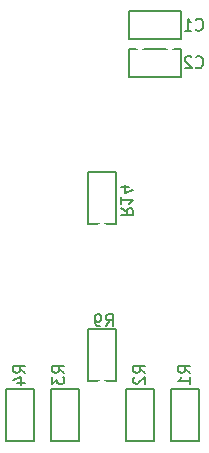
<source format=gbo>
G04 #@! TF.GenerationSoftware,KiCad,Pcbnew,(5.1.6)-1*
G04 #@! TF.CreationDate,2023-01-22T16:57:25+01:00*
G04 #@! TF.ProjectId,testing-board,74657374-696e-4672-9d62-6f6172642e6b,rev?*
G04 #@! TF.SameCoordinates,Original*
G04 #@! TF.FileFunction,Legend,Bot*
G04 #@! TF.FilePolarity,Positive*
%FSLAX46Y46*%
G04 Gerber Fmt 4.6, Leading zero omitted, Abs format (unit mm)*
G04 Created by KiCad (PCBNEW (5.1.6)-1) date 2023-01-22 16:57:25*
%MOMM*%
%LPD*%
G01*
G04 APERTURE LIST*
%ADD10C,0.160000*%
%ADD11C,5.100000*%
%ADD12C,0.900000*%
%ADD13C,0.100000*%
%ADD14O,2.200000X2.200000*%
%ADD15R,2.200000X2.200000*%
%ADD16R,3.600000X3.600000*%
%ADD17C,3.600000*%
%ADD18C,1.600000*%
%ADD19C,3.400000*%
G04 APERTURE END LIST*
D10*
X134075000Y-93050000D02*
X134075000Y-97450000D01*
X134075000Y-97450000D02*
X136435000Y-97450000D01*
X136435000Y-97450000D02*
X136435000Y-93050000D01*
X136435000Y-93050000D02*
X134075000Y-93050000D01*
X134075000Y-106385000D02*
X134075000Y-110785000D01*
X134075000Y-110785000D02*
X136435000Y-110785000D01*
X136435000Y-110785000D02*
X136435000Y-106385000D01*
X136435000Y-106385000D02*
X134075000Y-106385000D01*
X127090000Y-111465000D02*
X127090000Y-115865000D01*
X127090000Y-115865000D02*
X129450000Y-115865000D01*
X129450000Y-115865000D02*
X129450000Y-111465000D01*
X129450000Y-111465000D02*
X127090000Y-111465000D01*
X130900000Y-111465000D02*
X130900000Y-115865000D01*
X130900000Y-115865000D02*
X133260000Y-115865000D01*
X133260000Y-115865000D02*
X133260000Y-111465000D01*
X133260000Y-111465000D02*
X130900000Y-111465000D01*
X137250000Y-111465000D02*
X137250000Y-115865000D01*
X137250000Y-115865000D02*
X139610000Y-115865000D01*
X139610000Y-115865000D02*
X139610000Y-111465000D01*
X139610000Y-111465000D02*
X137250000Y-111465000D01*
X141060000Y-111465000D02*
X141060000Y-115865000D01*
X141060000Y-115865000D02*
X143420000Y-115865000D01*
X143420000Y-115865000D02*
X143420000Y-111465000D01*
X143420000Y-111465000D02*
X141060000Y-111465000D01*
X137500000Y-85000000D02*
X141900000Y-85000000D01*
X141900000Y-82640000D02*
X137500000Y-82640000D01*
X137500000Y-82640000D02*
X137500000Y-85000000D01*
X141900000Y-85000000D02*
X141900000Y-82640000D01*
X137500000Y-81825000D02*
X141900000Y-81825000D01*
X141900000Y-79465000D02*
X137500000Y-79465000D01*
X137500000Y-79465000D02*
X137500000Y-81825000D01*
X141900000Y-81825000D02*
X141900000Y-79465000D01*
X136834619Y-96146857D02*
X137310809Y-96480190D01*
X136834619Y-96718285D02*
X137834619Y-96718285D01*
X137834619Y-96337333D01*
X137787000Y-96242095D01*
X137739380Y-96194476D01*
X137644142Y-96146857D01*
X137501285Y-96146857D01*
X137406047Y-96194476D01*
X137358428Y-96242095D01*
X137310809Y-96337333D01*
X137310809Y-96718285D01*
X136834619Y-95194476D02*
X136834619Y-95765904D01*
X136834619Y-95480190D02*
X137834619Y-95480190D01*
X137691761Y-95575428D01*
X137596523Y-95670666D01*
X137548904Y-95765904D01*
X137501285Y-94337333D02*
X136834619Y-94337333D01*
X137882238Y-94575428D02*
X137167952Y-94813523D01*
X137167952Y-94194476D01*
X135548666Y-106116380D02*
X135882000Y-105640190D01*
X136120095Y-106116380D02*
X136120095Y-105116380D01*
X135739142Y-105116380D01*
X135643904Y-105164000D01*
X135596285Y-105211619D01*
X135548666Y-105306857D01*
X135548666Y-105449714D01*
X135596285Y-105544952D01*
X135643904Y-105592571D01*
X135739142Y-105640190D01*
X136120095Y-105640190D01*
X135072476Y-106116380D02*
X134882000Y-106116380D01*
X134786761Y-106068761D01*
X134739142Y-106021142D01*
X134643904Y-105878285D01*
X134596285Y-105687809D01*
X134596285Y-105306857D01*
X134643904Y-105211619D01*
X134691523Y-105164000D01*
X134786761Y-105116380D01*
X134977238Y-105116380D01*
X135072476Y-105164000D01*
X135120095Y-105211619D01*
X135167714Y-105306857D01*
X135167714Y-105544952D01*
X135120095Y-105640190D01*
X135072476Y-105687809D01*
X134977238Y-105735428D01*
X134786761Y-105735428D01*
X134691523Y-105687809D01*
X134643904Y-105640190D01*
X134596285Y-105544952D01*
X128722380Y-110069333D02*
X128246190Y-109736000D01*
X128722380Y-109497904D02*
X127722380Y-109497904D01*
X127722380Y-109878857D01*
X127770000Y-109974095D01*
X127817619Y-110021714D01*
X127912857Y-110069333D01*
X128055714Y-110069333D01*
X128150952Y-110021714D01*
X128198571Y-109974095D01*
X128246190Y-109878857D01*
X128246190Y-109497904D01*
X128055714Y-110926476D02*
X128722380Y-110926476D01*
X127674761Y-110688380D02*
X128389047Y-110450285D01*
X128389047Y-111069333D01*
X132024380Y-110069333D02*
X131548190Y-109736000D01*
X132024380Y-109497904D02*
X131024380Y-109497904D01*
X131024380Y-109878857D01*
X131072000Y-109974095D01*
X131119619Y-110021714D01*
X131214857Y-110069333D01*
X131357714Y-110069333D01*
X131452952Y-110021714D01*
X131500571Y-109974095D01*
X131548190Y-109878857D01*
X131548190Y-109497904D01*
X131024380Y-110402666D02*
X131024380Y-111021714D01*
X131405333Y-110688380D01*
X131405333Y-110831238D01*
X131452952Y-110926476D01*
X131500571Y-110974095D01*
X131595809Y-111021714D01*
X131833904Y-111021714D01*
X131929142Y-110974095D01*
X131976761Y-110926476D01*
X132024380Y-110831238D01*
X132024380Y-110545523D01*
X131976761Y-110450285D01*
X131929142Y-110402666D01*
X138882380Y-110069333D02*
X138406190Y-109736000D01*
X138882380Y-109497904D02*
X137882380Y-109497904D01*
X137882380Y-109878857D01*
X137930000Y-109974095D01*
X137977619Y-110021714D01*
X138072857Y-110069333D01*
X138215714Y-110069333D01*
X138310952Y-110021714D01*
X138358571Y-109974095D01*
X138406190Y-109878857D01*
X138406190Y-109497904D01*
X137977619Y-110450285D02*
X137930000Y-110497904D01*
X137882380Y-110593142D01*
X137882380Y-110831238D01*
X137930000Y-110926476D01*
X137977619Y-110974095D01*
X138072857Y-111021714D01*
X138168095Y-111021714D01*
X138310952Y-110974095D01*
X138882380Y-110402666D01*
X138882380Y-111021714D01*
X142692380Y-110069333D02*
X142216190Y-109736000D01*
X142692380Y-109497904D02*
X141692380Y-109497904D01*
X141692380Y-109878857D01*
X141740000Y-109974095D01*
X141787619Y-110021714D01*
X141882857Y-110069333D01*
X142025714Y-110069333D01*
X142120952Y-110021714D01*
X142168571Y-109974095D01*
X142216190Y-109878857D01*
X142216190Y-109497904D01*
X142692380Y-111021714D02*
X142692380Y-110450285D01*
X142692380Y-110736000D02*
X141692380Y-110736000D01*
X141835238Y-110640761D01*
X141930476Y-110545523D01*
X141978095Y-110450285D01*
X143168666Y-84177142D02*
X143216285Y-84224761D01*
X143359142Y-84272380D01*
X143454380Y-84272380D01*
X143597238Y-84224761D01*
X143692476Y-84129523D01*
X143740095Y-84034285D01*
X143787714Y-83843809D01*
X143787714Y-83700952D01*
X143740095Y-83510476D01*
X143692476Y-83415238D01*
X143597238Y-83320000D01*
X143454380Y-83272380D01*
X143359142Y-83272380D01*
X143216285Y-83320000D01*
X143168666Y-83367619D01*
X142787714Y-83367619D02*
X142740095Y-83320000D01*
X142644857Y-83272380D01*
X142406761Y-83272380D01*
X142311523Y-83320000D01*
X142263904Y-83367619D01*
X142216285Y-83462857D01*
X142216285Y-83558095D01*
X142263904Y-83700952D01*
X142835333Y-84272380D01*
X142216285Y-84272380D01*
X143168666Y-81002142D02*
X143216285Y-81049761D01*
X143359142Y-81097380D01*
X143454380Y-81097380D01*
X143597238Y-81049761D01*
X143692476Y-80954523D01*
X143740095Y-80859285D01*
X143787714Y-80668809D01*
X143787714Y-80525952D01*
X143740095Y-80335476D01*
X143692476Y-80240238D01*
X143597238Y-80145000D01*
X143454380Y-80097380D01*
X143359142Y-80097380D01*
X143216285Y-80145000D01*
X143168666Y-80192619D01*
X142216285Y-81097380D02*
X142787714Y-81097380D01*
X142502000Y-81097380D02*
X142502000Y-80097380D01*
X142597238Y-80240238D01*
X142692476Y-80335476D01*
X142787714Y-80383095D01*
%LPC*%
D11*
X118745000Y-106045000D03*
X118745000Y-65405000D03*
D12*
X132080000Y-89535000D03*
X132080000Y-79375000D03*
X140970000Y-82296000D03*
X138430000Y-82296000D03*
X131445000Y-85725000D03*
X133350000Y-86360000D03*
X131445000Y-107315000D03*
X135255000Y-97790000D03*
X141605000Y-101600000D03*
X137160000Y-92710000D03*
X132715000Y-109855000D03*
X135255000Y-113030000D03*
X135255000Y-104140000D03*
X135255000Y-111125000D03*
D13*
G36*
X136205000Y-94680000D02*
G01*
X134305000Y-94680000D01*
X134305000Y-93280000D01*
X136205000Y-93280000D01*
X136205000Y-94680000D01*
G37*
G36*
X136205000Y-97220000D02*
G01*
X134305000Y-97220000D01*
X134305000Y-95820000D01*
X136205000Y-95820000D01*
X136205000Y-97220000D01*
G37*
G36*
X136205000Y-108015000D02*
G01*
X134305000Y-108015000D01*
X134305000Y-106615000D01*
X136205000Y-106615000D01*
X136205000Y-108015000D01*
G37*
G36*
X136205000Y-110555000D02*
G01*
X134305000Y-110555000D01*
X134305000Y-109155000D01*
X136205000Y-109155000D01*
X136205000Y-110555000D01*
G37*
G36*
X129220000Y-113095000D02*
G01*
X127320000Y-113095000D01*
X127320000Y-111695000D01*
X129220000Y-111695000D01*
X129220000Y-113095000D01*
G37*
G36*
X129220000Y-115635000D02*
G01*
X127320000Y-115635000D01*
X127320000Y-114235000D01*
X129220000Y-114235000D01*
X129220000Y-115635000D01*
G37*
G36*
X133030000Y-113095000D02*
G01*
X131130000Y-113095000D01*
X131130000Y-111695000D01*
X133030000Y-111695000D01*
X133030000Y-113095000D01*
G37*
G36*
X133030000Y-115635000D02*
G01*
X131130000Y-115635000D01*
X131130000Y-114235000D01*
X133030000Y-114235000D01*
X133030000Y-115635000D01*
G37*
G36*
X139380000Y-113095000D02*
G01*
X137480000Y-113095000D01*
X137480000Y-111695000D01*
X139380000Y-111695000D01*
X139380000Y-113095000D01*
G37*
G36*
X139380000Y-115635000D02*
G01*
X137480000Y-115635000D01*
X137480000Y-114235000D01*
X139380000Y-114235000D01*
X139380000Y-115635000D01*
G37*
G36*
X143190000Y-113095000D02*
G01*
X141290000Y-113095000D01*
X141290000Y-111695000D01*
X143190000Y-111695000D01*
X143190000Y-113095000D01*
G37*
G36*
X143190000Y-115635000D02*
G01*
X141290000Y-115635000D01*
X141290000Y-114235000D01*
X143190000Y-114235000D01*
X143190000Y-115635000D01*
G37*
D14*
X134620000Y-69215000D03*
X139700000Y-69215000D03*
D15*
X132080000Y-69215000D03*
D14*
X137160000Y-69215000D03*
X139700000Y-64135000D03*
X137160000Y-64135000D03*
X134620000Y-64135000D03*
D15*
X132080000Y-64135000D03*
X118110000Y-122555000D03*
D14*
X123190000Y-122555000D03*
X120650000Y-122555000D03*
D15*
X118110000Y-117475000D03*
D14*
X123190000Y-117475000D03*
X120650000Y-117475000D03*
D16*
X118110000Y-131318000D03*
D17*
X123190000Y-131318000D03*
D18*
X133351000Y-120650000D03*
X139701000Y-118110000D03*
D19*
X129539000Y-127000000D03*
D18*
X138431000Y-120650000D03*
X132081000Y-118110000D03*
X135891000Y-120650000D03*
X134621000Y-118110000D03*
X137161000Y-118110000D03*
X130811000Y-120650000D03*
D19*
X140971000Y-127000000D03*
D13*
G36*
X140270000Y-84770000D02*
G01*
X140270000Y-82870000D01*
X141670000Y-82870000D01*
X141670000Y-84770000D01*
X140270000Y-84770000D01*
G37*
G36*
X137730000Y-84770000D02*
G01*
X137730000Y-82870000D01*
X139130000Y-82870000D01*
X139130000Y-84770000D01*
X137730000Y-84770000D01*
G37*
G36*
X140270000Y-81595000D02*
G01*
X140270000Y-79695000D01*
X141670000Y-79695000D01*
X141670000Y-81595000D01*
X140270000Y-81595000D01*
G37*
G36*
X137730000Y-81595000D02*
G01*
X137730000Y-79695000D01*
X139130000Y-79695000D01*
X139130000Y-81595000D01*
X137730000Y-81595000D01*
G37*
M02*

</source>
